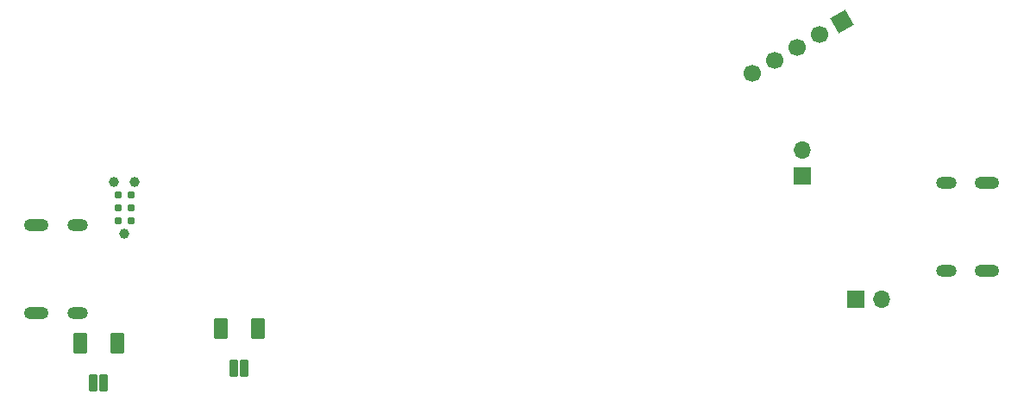
<source format=gbs>
G04 #@! TF.GenerationSoftware,KiCad,Pcbnew,8.0.6*
G04 #@! TF.CreationDate,2025-05-06T14:55:23+02:00*
G04 #@! TF.ProjectId,Panelized,50616e65-6c69-47a6-9564-2e6b69636164,rev?*
G04 #@! TF.SameCoordinates,Original*
G04 #@! TF.FileFunction,Soldermask,Bot*
G04 #@! TF.FilePolarity,Negative*
%FSLAX46Y46*%
G04 Gerber Fmt 4.6, Leading zero omitted, Abs format (unit mm)*
G04 Created by KiCad (PCBNEW 8.0.6) date 2025-05-06 14:55:23*
%MOMM*%
%LPD*%
G01*
G04 APERTURE LIST*
G04 Aperture macros list*
%AMRoundRect*
0 Rectangle with rounded corners*
0 $1 Rounding radius*
0 $2 $3 $4 $5 $6 $7 $8 $9 X,Y pos of 4 corners*
0 Add a 4 corners polygon primitive as box body*
4,1,4,$2,$3,$4,$5,$6,$7,$8,$9,$2,$3,0*
0 Add four circle primitives for the rounded corners*
1,1,$1+$1,$2,$3*
1,1,$1+$1,$4,$5*
1,1,$1+$1,$6,$7*
1,1,$1+$1,$8,$9*
0 Add four rect primitives between the rounded corners*
20,1,$1+$1,$2,$3,$4,$5,0*
20,1,$1+$1,$4,$5,$6,$7,0*
20,1,$1+$1,$6,$7,$8,$9,0*
20,1,$1+$1,$8,$9,$2,$3,0*%
%AMHorizOval*
0 Thick line with rounded ends*
0 $1 width*
0 $2 $3 position (X,Y) of the first rounded end (center of the circle)*
0 $4 $5 position (X,Y) of the second rounded end (center of the circle)*
0 Add line between two ends*
20,1,$1,$2,$3,$4,$5,0*
0 Add two circle primitives to create the rounded ends*
1,1,$1,$2,$3*
1,1,$1,$4,$5*%
%AMRotRect*
0 Rectangle, with rotation*
0 The origin of the aperture is its center*
0 $1 length*
0 $2 width*
0 $3 Rotation angle, in degrees counterclockwise*
0 Add horizontal line*
21,1,$1,$2,0,0,$3*%
G04 Aperture macros list end*
%ADD10RoundRect,0.102000X-0.300000X-0.775000X0.300000X-0.775000X0.300000X0.775000X-0.300000X0.775000X0*%
%ADD11RoundRect,0.102000X-0.600000X-0.900000X0.600000X-0.900000X0.600000X0.900000X-0.600000X0.900000X0*%
%ADD12C,0.990600*%
%ADD13C,0.787400*%
%ADD14O,2.004000X1.204000*%
%ADD15O,2.404000X1.204000*%
%ADD16R,1.700000X1.700000*%
%ADD17O,1.700000X1.700000*%
%ADD18RotRect,1.700000X1.700000X300.000000*%
%ADD19HorizOval,1.700000X0.000000X0.000000X0.000000X0.000000X0*%
G04 APERTURE END LIST*
D10*
X94384999Y-111595001D03*
X95385001Y-111595002D03*
D11*
X93085000Y-107720000D03*
X96685000Y-107720000D03*
D10*
X108185001Y-110195002D03*
X109185001Y-110195002D03*
D11*
X106885000Y-106320000D03*
X110485000Y-106320000D03*
D12*
X97425001Y-97015004D03*
X96409000Y-91935001D03*
X98441002Y-91935001D03*
D13*
X96790001Y-95745002D03*
X98060000Y-95745000D03*
X96790000Y-94475002D03*
X98060000Y-94475002D03*
X96790000Y-93205004D03*
X98059999Y-93205002D03*
D14*
X92797501Y-96115748D03*
D15*
X88797500Y-96115747D03*
D14*
X92797502Y-104755752D03*
D15*
X88797500Y-104755753D03*
D14*
X178100547Y-100657899D03*
D15*
X182100547Y-100657899D03*
D14*
X178100547Y-92017899D03*
D15*
X182100547Y-92017899D03*
D16*
X163910569Y-91347897D03*
D17*
X163910547Y-88807899D03*
D18*
X167869661Y-76147899D03*
D19*
X165669956Y-77417899D03*
X163470252Y-78687899D03*
X161270547Y-79957899D03*
X159070843Y-81227899D03*
D16*
X169153046Y-103377889D03*
D17*
X171693044Y-103377875D03*
M02*

</source>
